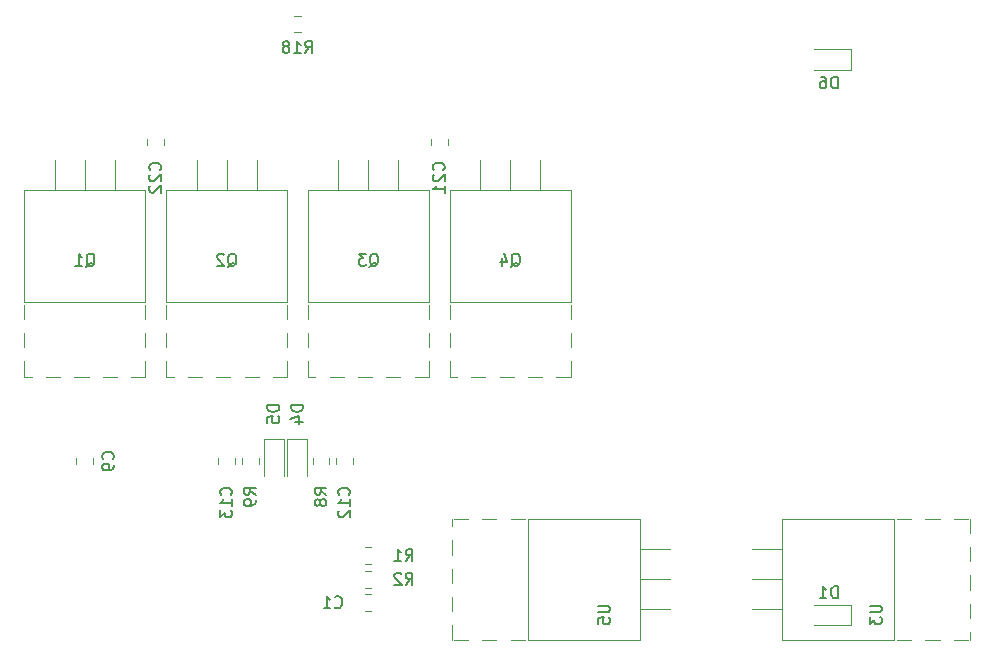
<source format=gbr>
G04 #@! TF.GenerationSoftware,KiCad,Pcbnew,(5.0.1)-3*
G04 #@! TF.CreationDate,2019-12-30T10:06:07+01:00*
G04 #@! TF.ProjectId,TL494 Class D Amp,544C34393420436C617373204420416D,rev?*
G04 #@! TF.SameCoordinates,PX4c4b400PY8f0d180*
G04 #@! TF.FileFunction,Legend,Bot*
G04 #@! TF.FilePolarity,Positive*
%FSLAX46Y46*%
G04 Gerber Fmt 4.6, Leading zero omitted, Abs format (unit mm)*
G04 Created by KiCad (PCBNEW (5.0.1)-3) date 30/12/2019 10:06:07*
%MOMM*%
%LPD*%
G01*
G04 APERTURE LIST*
%ADD10C,0.120000*%
%ADD11C,0.150000*%
G04 APERTURE END LIST*
D10*
G04 #@! TO.C,C12*
X33290000Y16258578D02*
X33290000Y15741422D01*
X34710000Y16258578D02*
X34710000Y15741422D01*
G04 #@! TO.C,C21*
X42710000Y43258578D02*
X42710000Y42741422D01*
X41290000Y43258578D02*
X41290000Y42741422D01*
G04 #@! TO.C,D1*
X76900000Y3850000D02*
X73750000Y3850000D01*
X76900000Y2150000D02*
X73750000Y2150000D01*
X76900000Y3850000D02*
X76900000Y2150000D01*
G04 #@! TO.C,D5*
X27150000Y17900000D02*
X28850000Y17900000D01*
X28850000Y17900000D02*
X28850000Y14750000D01*
X27150000Y17900000D02*
X27150000Y14750000D01*
G04 #@! TO.C,D6*
X76900000Y50850000D02*
X73750000Y50850000D01*
X76900000Y49150000D02*
X73750000Y49150000D01*
X76900000Y50850000D02*
X76900000Y49150000D01*
G04 #@! TO.C,R1*
X35741422Y7290000D02*
X36258578Y7290000D01*
X35741422Y8710000D02*
X36258578Y8710000D01*
G04 #@! TO.C,R2*
X36258578Y5290000D02*
X35741422Y5290000D01*
X36258578Y6710000D02*
X35741422Y6710000D01*
G04 #@! TO.C,R8*
X31290000Y16258578D02*
X31290000Y15741422D01*
X32710000Y16258578D02*
X32710000Y15741422D01*
G04 #@! TO.C,R9*
X25290000Y16258578D02*
X25290000Y15741422D01*
X26710000Y16258578D02*
X26710000Y15741422D01*
G04 #@! TO.C,Q2*
X29120000Y38970000D02*
X18880000Y38970000D01*
X29120000Y29480000D02*
X18880000Y29480000D01*
X29120000Y38970000D02*
X29120000Y29480000D01*
X18880000Y38970000D02*
X18880000Y29480000D01*
X29120000Y23080000D02*
X27920000Y23080000D01*
X26721000Y23080000D02*
X25520000Y23080000D01*
X24320000Y23080000D02*
X23120000Y23080000D01*
X21920000Y23080000D02*
X20720000Y23080000D01*
X19520000Y23080000D02*
X18880000Y23080000D01*
X29120000Y29240000D02*
X29120000Y28040000D01*
X29120000Y26840000D02*
X29120000Y25640000D01*
X29120000Y24440000D02*
X29120000Y23240000D01*
X18880000Y29240000D02*
X18880000Y28040000D01*
X18880000Y26840000D02*
X18880000Y25640000D01*
X18880000Y24440000D02*
X18880000Y23240000D01*
X26540000Y41510000D02*
X26540000Y38970000D01*
X24000000Y41510000D02*
X24000000Y38970000D01*
X21460000Y41510000D02*
X21460000Y38970000D01*
G04 #@! TO.C,Q3*
X33460000Y41510000D02*
X33460000Y38970000D01*
X36000000Y41510000D02*
X36000000Y38970000D01*
X38540000Y41510000D02*
X38540000Y38970000D01*
X30880000Y24440000D02*
X30880000Y23240000D01*
X30880000Y26840000D02*
X30880000Y25640000D01*
X30880000Y29240000D02*
X30880000Y28040000D01*
X41120000Y24440000D02*
X41120000Y23240000D01*
X41120000Y26840000D02*
X41120000Y25640000D01*
X41120000Y29240000D02*
X41120000Y28040000D01*
X31520000Y23080000D02*
X30880000Y23080000D01*
X33920000Y23080000D02*
X32720000Y23080000D01*
X36320000Y23080000D02*
X35120000Y23080000D01*
X38721000Y23080000D02*
X37520000Y23080000D01*
X41120000Y23080000D02*
X39920000Y23080000D01*
X30880000Y38970000D02*
X30880000Y29480000D01*
X41120000Y38970000D02*
X41120000Y29480000D01*
X41120000Y29480000D02*
X30880000Y29480000D01*
X41120000Y38970000D02*
X30880000Y38970000D01*
G04 #@! TO.C,Q4*
X53120000Y38970000D02*
X42880000Y38970000D01*
X53120000Y29480000D02*
X42880000Y29480000D01*
X53120000Y38970000D02*
X53120000Y29480000D01*
X42880000Y38970000D02*
X42880000Y29480000D01*
X53120000Y23080000D02*
X51920000Y23080000D01*
X50721000Y23080000D02*
X49520000Y23080000D01*
X48320000Y23080000D02*
X47120000Y23080000D01*
X45920000Y23080000D02*
X44720000Y23080000D01*
X43520000Y23080000D02*
X42880000Y23080000D01*
X53120000Y29240000D02*
X53120000Y28040000D01*
X53120000Y26840000D02*
X53120000Y25640000D01*
X53120000Y24440000D02*
X53120000Y23240000D01*
X42880000Y29240000D02*
X42880000Y28040000D01*
X42880000Y26840000D02*
X42880000Y25640000D01*
X42880000Y24440000D02*
X42880000Y23240000D01*
X50540000Y41510000D02*
X50540000Y38970000D01*
X48000000Y41510000D02*
X48000000Y38970000D01*
X45460000Y41510000D02*
X45460000Y38970000D01*
G04 #@! TO.C,U3*
X68490000Y3460000D02*
X71030000Y3460000D01*
X68490000Y6000000D02*
X71030000Y6000000D01*
X68490000Y8540000D02*
X71030000Y8540000D01*
X85560000Y880000D02*
X86760000Y880000D01*
X83160000Y880000D02*
X84360000Y880000D01*
X80760000Y880000D02*
X81960000Y880000D01*
X85560000Y11120000D02*
X86760000Y11120000D01*
X83160000Y11120000D02*
X84360000Y11120000D01*
X80760000Y11120000D02*
X81960000Y11120000D01*
X86920000Y1520000D02*
X86920000Y880000D01*
X86920000Y3920000D02*
X86920000Y2720000D01*
X86920000Y6320000D02*
X86920000Y5120000D01*
X86920000Y8721000D02*
X86920000Y7520000D01*
X86920000Y11120000D02*
X86920000Y9920000D01*
X71030000Y880000D02*
X80520000Y880000D01*
X71030000Y11120000D02*
X80520000Y11120000D01*
X80520000Y11120000D02*
X80520000Y880000D01*
X71030000Y11120000D02*
X71030000Y880000D01*
G04 #@! TO.C,C1*
X36258578Y3290000D02*
X35741422Y3290000D01*
X36258578Y4710000D02*
X35741422Y4710000D01*
G04 #@! TO.C,C9*
X11290000Y16258578D02*
X11290000Y15741422D01*
X12710000Y16258578D02*
X12710000Y15741422D01*
G04 #@! TO.C,C13*
X23290000Y15741422D02*
X23290000Y16258578D01*
X24710000Y15741422D02*
X24710000Y16258578D01*
G04 #@! TO.C,C22*
X17290000Y43258578D02*
X17290000Y42741422D01*
X18710000Y43258578D02*
X18710000Y42741422D01*
G04 #@! TO.C,D4*
X29150000Y17900000D02*
X30850000Y17900000D01*
X30850000Y17900000D02*
X30850000Y14750000D01*
X29150000Y17900000D02*
X29150000Y14750000D01*
G04 #@! TO.C,Q1*
X17120000Y38970000D02*
X6880000Y38970000D01*
X17120000Y29480000D02*
X6880000Y29480000D01*
X17120000Y38970000D02*
X17120000Y29480000D01*
X6880000Y38970000D02*
X6880000Y29480000D01*
X17120000Y23080000D02*
X15920000Y23080000D01*
X14721000Y23080000D02*
X13520000Y23080000D01*
X12320000Y23080000D02*
X11120000Y23080000D01*
X9920000Y23080000D02*
X8720000Y23080000D01*
X7520000Y23080000D02*
X6880000Y23080000D01*
X17120000Y29240000D02*
X17120000Y28040000D01*
X17120000Y26840000D02*
X17120000Y25640000D01*
X17120000Y24440000D02*
X17120000Y23240000D01*
X6880000Y29240000D02*
X6880000Y28040000D01*
X6880000Y26840000D02*
X6880000Y25640000D01*
X6880000Y24440000D02*
X6880000Y23240000D01*
X14540000Y41510000D02*
X14540000Y38970000D01*
X12000000Y41510000D02*
X12000000Y38970000D01*
X9460000Y41510000D02*
X9460000Y38970000D01*
G04 #@! TO.C,R18*
X30258578Y53710000D02*
X29741422Y53710000D01*
X30258578Y52290000D02*
X29741422Y52290000D01*
G04 #@! TO.C,U5*
X58970000Y880000D02*
X58970000Y11120000D01*
X49480000Y880000D02*
X49480000Y11120000D01*
X58970000Y880000D02*
X49480000Y880000D01*
X58970000Y11120000D02*
X49480000Y11120000D01*
X43080000Y880000D02*
X43080000Y2080000D01*
X43080000Y3279000D02*
X43080000Y4480000D01*
X43080000Y5680000D02*
X43080000Y6880000D01*
X43080000Y8080000D02*
X43080000Y9280000D01*
X43080000Y10480000D02*
X43080000Y11120000D01*
X49240000Y880000D02*
X48040000Y880000D01*
X46840000Y880000D02*
X45640000Y880000D01*
X44440000Y880000D02*
X43240000Y880000D01*
X49240000Y11120000D02*
X48040000Y11120000D01*
X46840000Y11120000D02*
X45640000Y11120000D01*
X44440000Y11120000D02*
X43240000Y11120000D01*
X61510000Y3460000D02*
X58970000Y3460000D01*
X61510000Y6000000D02*
X58970000Y6000000D01*
X61510000Y8540000D02*
X58970000Y8540000D01*
G04 #@! TO.C,C12*
D11*
X34357142Y13142858D02*
X34404761Y13190477D01*
X34452380Y13333334D01*
X34452380Y13428572D01*
X34404761Y13571429D01*
X34309523Y13666667D01*
X34214285Y13714286D01*
X34023809Y13761905D01*
X33880952Y13761905D01*
X33690476Y13714286D01*
X33595238Y13666667D01*
X33500000Y13571429D01*
X33452380Y13428572D01*
X33452380Y13333334D01*
X33500000Y13190477D01*
X33547619Y13142858D01*
X34452380Y12190477D02*
X34452380Y12761905D01*
X34452380Y12476191D02*
X33452380Y12476191D01*
X33595238Y12571429D01*
X33690476Y12666667D01*
X33738095Y12761905D01*
X33547619Y11809524D02*
X33500000Y11761905D01*
X33452380Y11666667D01*
X33452380Y11428572D01*
X33500000Y11333334D01*
X33547619Y11285715D01*
X33642857Y11238096D01*
X33738095Y11238096D01*
X33880952Y11285715D01*
X34452380Y11857143D01*
X34452380Y11238096D01*
G04 #@! TO.C,C21*
X42357142Y40642858D02*
X42404761Y40690477D01*
X42452380Y40833334D01*
X42452380Y40928572D01*
X42404761Y41071429D01*
X42309523Y41166667D01*
X42214285Y41214286D01*
X42023809Y41261905D01*
X41880952Y41261905D01*
X41690476Y41214286D01*
X41595238Y41166667D01*
X41500000Y41071429D01*
X41452380Y40928572D01*
X41452380Y40833334D01*
X41500000Y40690477D01*
X41547619Y40642858D01*
X41547619Y40261905D02*
X41500000Y40214286D01*
X41452380Y40119048D01*
X41452380Y39880953D01*
X41500000Y39785715D01*
X41547619Y39738096D01*
X41642857Y39690477D01*
X41738095Y39690477D01*
X41880952Y39738096D01*
X42452380Y40309524D01*
X42452380Y39690477D01*
X42452380Y38738096D02*
X42452380Y39309524D01*
X42452380Y39023810D02*
X41452380Y39023810D01*
X41595238Y39119048D01*
X41690476Y39214286D01*
X41738095Y39309524D01*
G04 #@! TO.C,D1*
X75738095Y4397620D02*
X75738095Y5397620D01*
X75500000Y5397620D01*
X75357142Y5350000D01*
X75261904Y5254762D01*
X75214285Y5159524D01*
X75166666Y4969048D01*
X75166666Y4826191D01*
X75214285Y4635715D01*
X75261904Y4540477D01*
X75357142Y4445239D01*
X75500000Y4397620D01*
X75738095Y4397620D01*
X74214285Y4397620D02*
X74785714Y4397620D01*
X74500000Y4397620D02*
X74500000Y5397620D01*
X74595238Y5254762D01*
X74690476Y5159524D01*
X74785714Y5111905D01*
G04 #@! TO.C,D5*
X28452380Y20738096D02*
X27452380Y20738096D01*
X27452380Y20500000D01*
X27500000Y20357143D01*
X27595238Y20261905D01*
X27690476Y20214286D01*
X27880952Y20166667D01*
X28023809Y20166667D01*
X28214285Y20214286D01*
X28309523Y20261905D01*
X28404761Y20357143D01*
X28452380Y20500000D01*
X28452380Y20738096D01*
X27452380Y19261905D02*
X27452380Y19738096D01*
X27928571Y19785715D01*
X27880952Y19738096D01*
X27833333Y19642858D01*
X27833333Y19404762D01*
X27880952Y19309524D01*
X27928571Y19261905D01*
X28023809Y19214286D01*
X28261904Y19214286D01*
X28357142Y19261905D01*
X28404761Y19309524D01*
X28452380Y19404762D01*
X28452380Y19642858D01*
X28404761Y19738096D01*
X28357142Y19785715D01*
G04 #@! TO.C,D6*
X75738095Y47547620D02*
X75738095Y48547620D01*
X75500000Y48547620D01*
X75357142Y48500000D01*
X75261904Y48404762D01*
X75214285Y48309524D01*
X75166666Y48119048D01*
X75166666Y47976191D01*
X75214285Y47785715D01*
X75261904Y47690477D01*
X75357142Y47595239D01*
X75500000Y47547620D01*
X75738095Y47547620D01*
X74309523Y48547620D02*
X74500000Y48547620D01*
X74595238Y48500000D01*
X74642857Y48452381D01*
X74738095Y48309524D01*
X74785714Y48119048D01*
X74785714Y47738096D01*
X74738095Y47642858D01*
X74690476Y47595239D01*
X74595238Y47547620D01*
X74404761Y47547620D01*
X74309523Y47595239D01*
X74261904Y47642858D01*
X74214285Y47738096D01*
X74214285Y47976191D01*
X74261904Y48071429D01*
X74309523Y48119048D01*
X74404761Y48166667D01*
X74595238Y48166667D01*
X74690476Y48119048D01*
X74738095Y48071429D01*
X74785714Y47976191D01*
G04 #@! TO.C,R1*
X39166666Y7547620D02*
X39500000Y8023810D01*
X39738095Y7547620D02*
X39738095Y8547620D01*
X39357142Y8547620D01*
X39261904Y8500000D01*
X39214285Y8452381D01*
X39166666Y8357143D01*
X39166666Y8214286D01*
X39214285Y8119048D01*
X39261904Y8071429D01*
X39357142Y8023810D01*
X39738095Y8023810D01*
X38214285Y7547620D02*
X38785714Y7547620D01*
X38500000Y7547620D02*
X38500000Y8547620D01*
X38595238Y8404762D01*
X38690476Y8309524D01*
X38785714Y8261905D01*
G04 #@! TO.C,R2*
X39166666Y5547620D02*
X39500000Y6023810D01*
X39738095Y5547620D02*
X39738095Y6547620D01*
X39357142Y6547620D01*
X39261904Y6500000D01*
X39214285Y6452381D01*
X39166666Y6357143D01*
X39166666Y6214286D01*
X39214285Y6119048D01*
X39261904Y6071429D01*
X39357142Y6023810D01*
X39738095Y6023810D01*
X38785714Y6452381D02*
X38738095Y6500000D01*
X38642857Y6547620D01*
X38404761Y6547620D01*
X38309523Y6500000D01*
X38261904Y6452381D01*
X38214285Y6357143D01*
X38214285Y6261905D01*
X38261904Y6119048D01*
X38833333Y5547620D01*
X38214285Y5547620D01*
G04 #@! TO.C,R8*
X32452380Y13166667D02*
X31976190Y13500000D01*
X32452380Y13738096D02*
X31452380Y13738096D01*
X31452380Y13357143D01*
X31500000Y13261905D01*
X31547619Y13214286D01*
X31642857Y13166667D01*
X31785714Y13166667D01*
X31880952Y13214286D01*
X31928571Y13261905D01*
X31976190Y13357143D01*
X31976190Y13738096D01*
X31880952Y12595239D02*
X31833333Y12690477D01*
X31785714Y12738096D01*
X31690476Y12785715D01*
X31642857Y12785715D01*
X31547619Y12738096D01*
X31500000Y12690477D01*
X31452380Y12595239D01*
X31452380Y12404762D01*
X31500000Y12309524D01*
X31547619Y12261905D01*
X31642857Y12214286D01*
X31690476Y12214286D01*
X31785714Y12261905D01*
X31833333Y12309524D01*
X31880952Y12404762D01*
X31880952Y12595239D01*
X31928571Y12690477D01*
X31976190Y12738096D01*
X32071428Y12785715D01*
X32261904Y12785715D01*
X32357142Y12738096D01*
X32404761Y12690477D01*
X32452380Y12595239D01*
X32452380Y12404762D01*
X32404761Y12309524D01*
X32357142Y12261905D01*
X32261904Y12214286D01*
X32071428Y12214286D01*
X31976190Y12261905D01*
X31928571Y12309524D01*
X31880952Y12404762D01*
G04 #@! TO.C,R9*
X26452380Y13166667D02*
X25976190Y13500000D01*
X26452380Y13738096D02*
X25452380Y13738096D01*
X25452380Y13357143D01*
X25500000Y13261905D01*
X25547619Y13214286D01*
X25642857Y13166667D01*
X25785714Y13166667D01*
X25880952Y13214286D01*
X25928571Y13261905D01*
X25976190Y13357143D01*
X25976190Y13738096D01*
X26452380Y12690477D02*
X26452380Y12500000D01*
X26404761Y12404762D01*
X26357142Y12357143D01*
X26214285Y12261905D01*
X26023809Y12214286D01*
X25642857Y12214286D01*
X25547619Y12261905D01*
X25500000Y12309524D01*
X25452380Y12404762D01*
X25452380Y12595239D01*
X25500000Y12690477D01*
X25547619Y12738096D01*
X25642857Y12785715D01*
X25880952Y12785715D01*
X25976190Y12738096D01*
X26023809Y12690477D01*
X26071428Y12595239D01*
X26071428Y12404762D01*
X26023809Y12309524D01*
X25976190Y12261905D01*
X25880952Y12214286D01*
G04 #@! TO.C,Q2*
X24095238Y32452381D02*
X24190476Y32500000D01*
X24285714Y32595239D01*
X24428571Y32738096D01*
X24523809Y32785715D01*
X24619047Y32785715D01*
X24571428Y32547620D02*
X24666666Y32595239D01*
X24761904Y32690477D01*
X24809523Y32880953D01*
X24809523Y33214286D01*
X24761904Y33404762D01*
X24666666Y33500000D01*
X24571428Y33547620D01*
X24380952Y33547620D01*
X24285714Y33500000D01*
X24190476Y33404762D01*
X24142857Y33214286D01*
X24142857Y32880953D01*
X24190476Y32690477D01*
X24285714Y32595239D01*
X24380952Y32547620D01*
X24571428Y32547620D01*
X23761904Y33452381D02*
X23714285Y33500000D01*
X23619047Y33547620D01*
X23380952Y33547620D01*
X23285714Y33500000D01*
X23238095Y33452381D01*
X23190476Y33357143D01*
X23190476Y33261905D01*
X23238095Y33119048D01*
X23809523Y32547620D01*
X23190476Y32547620D01*
G04 #@! TO.C,Q3*
X36095238Y32452381D02*
X36190476Y32500000D01*
X36285714Y32595239D01*
X36428571Y32738096D01*
X36523809Y32785715D01*
X36619047Y32785715D01*
X36571428Y32547620D02*
X36666666Y32595239D01*
X36761904Y32690477D01*
X36809523Y32880953D01*
X36809523Y33214286D01*
X36761904Y33404762D01*
X36666666Y33500000D01*
X36571428Y33547620D01*
X36380952Y33547620D01*
X36285714Y33500000D01*
X36190476Y33404762D01*
X36142857Y33214286D01*
X36142857Y32880953D01*
X36190476Y32690477D01*
X36285714Y32595239D01*
X36380952Y32547620D01*
X36571428Y32547620D01*
X35809523Y33547620D02*
X35190476Y33547620D01*
X35523809Y33166667D01*
X35380952Y33166667D01*
X35285714Y33119048D01*
X35238095Y33071429D01*
X35190476Y32976191D01*
X35190476Y32738096D01*
X35238095Y32642858D01*
X35285714Y32595239D01*
X35380952Y32547620D01*
X35666666Y32547620D01*
X35761904Y32595239D01*
X35809523Y32642858D01*
G04 #@! TO.C,Q4*
X48095238Y32452381D02*
X48190476Y32500000D01*
X48285714Y32595239D01*
X48428571Y32738096D01*
X48523809Y32785715D01*
X48619047Y32785715D01*
X48571428Y32547620D02*
X48666666Y32595239D01*
X48761904Y32690477D01*
X48809523Y32880953D01*
X48809523Y33214286D01*
X48761904Y33404762D01*
X48666666Y33500000D01*
X48571428Y33547620D01*
X48380952Y33547620D01*
X48285714Y33500000D01*
X48190476Y33404762D01*
X48142857Y33214286D01*
X48142857Y32880953D01*
X48190476Y32690477D01*
X48285714Y32595239D01*
X48380952Y32547620D01*
X48571428Y32547620D01*
X47285714Y33214286D02*
X47285714Y32547620D01*
X47523809Y33595239D02*
X47761904Y32880953D01*
X47142857Y32880953D01*
G04 #@! TO.C,U3*
X78452380Y3761905D02*
X79261904Y3761905D01*
X79357142Y3714286D01*
X79404761Y3666667D01*
X79452380Y3571429D01*
X79452380Y3380953D01*
X79404761Y3285715D01*
X79357142Y3238096D01*
X79261904Y3190477D01*
X78452380Y3190477D01*
X78452380Y2809524D02*
X78452380Y2190477D01*
X78833333Y2523810D01*
X78833333Y2380953D01*
X78880952Y2285715D01*
X78928571Y2238096D01*
X79023809Y2190477D01*
X79261904Y2190477D01*
X79357142Y2238096D01*
X79404761Y2285715D01*
X79452380Y2380953D01*
X79452380Y2666667D01*
X79404761Y2761905D01*
X79357142Y2809524D01*
G04 #@! TO.C,C1*
X33166666Y3642858D02*
X33214285Y3595239D01*
X33357142Y3547620D01*
X33452380Y3547620D01*
X33595238Y3595239D01*
X33690476Y3690477D01*
X33738095Y3785715D01*
X33785714Y3976191D01*
X33785714Y4119048D01*
X33738095Y4309524D01*
X33690476Y4404762D01*
X33595238Y4500000D01*
X33452380Y4547620D01*
X33357142Y4547620D01*
X33214285Y4500000D01*
X33166666Y4452381D01*
X32214285Y3547620D02*
X32785714Y3547620D01*
X32500000Y3547620D02*
X32500000Y4547620D01*
X32595238Y4404762D01*
X32690476Y4309524D01*
X32785714Y4261905D01*
G04 #@! TO.C,C9*
X14357142Y16166667D02*
X14404761Y16214286D01*
X14452380Y16357143D01*
X14452380Y16452381D01*
X14404761Y16595239D01*
X14309523Y16690477D01*
X14214285Y16738096D01*
X14023809Y16785715D01*
X13880952Y16785715D01*
X13690476Y16738096D01*
X13595238Y16690477D01*
X13500000Y16595239D01*
X13452380Y16452381D01*
X13452380Y16357143D01*
X13500000Y16214286D01*
X13547619Y16166667D01*
X14452380Y15690477D02*
X14452380Y15500000D01*
X14404761Y15404762D01*
X14357142Y15357143D01*
X14214285Y15261905D01*
X14023809Y15214286D01*
X13642857Y15214286D01*
X13547619Y15261905D01*
X13500000Y15309524D01*
X13452380Y15404762D01*
X13452380Y15595239D01*
X13500000Y15690477D01*
X13547619Y15738096D01*
X13642857Y15785715D01*
X13880952Y15785715D01*
X13976190Y15738096D01*
X14023809Y15690477D01*
X14071428Y15595239D01*
X14071428Y15404762D01*
X14023809Y15309524D01*
X13976190Y15261905D01*
X13880952Y15214286D01*
G04 #@! TO.C,C13*
X24357142Y13142858D02*
X24404761Y13190477D01*
X24452380Y13333334D01*
X24452380Y13428572D01*
X24404761Y13571429D01*
X24309523Y13666667D01*
X24214285Y13714286D01*
X24023809Y13761905D01*
X23880952Y13761905D01*
X23690476Y13714286D01*
X23595238Y13666667D01*
X23500000Y13571429D01*
X23452380Y13428572D01*
X23452380Y13333334D01*
X23500000Y13190477D01*
X23547619Y13142858D01*
X24452380Y12190477D02*
X24452380Y12761905D01*
X24452380Y12476191D02*
X23452380Y12476191D01*
X23595238Y12571429D01*
X23690476Y12666667D01*
X23738095Y12761905D01*
X23452380Y11857143D02*
X23452380Y11238096D01*
X23833333Y11571429D01*
X23833333Y11428572D01*
X23880952Y11333334D01*
X23928571Y11285715D01*
X24023809Y11238096D01*
X24261904Y11238096D01*
X24357142Y11285715D01*
X24404761Y11333334D01*
X24452380Y11428572D01*
X24452380Y11714286D01*
X24404761Y11809524D01*
X24357142Y11857143D01*
G04 #@! TO.C,C22*
X18357142Y40642858D02*
X18404761Y40690477D01*
X18452380Y40833334D01*
X18452380Y40928572D01*
X18404761Y41071429D01*
X18309523Y41166667D01*
X18214285Y41214286D01*
X18023809Y41261905D01*
X17880952Y41261905D01*
X17690476Y41214286D01*
X17595238Y41166667D01*
X17500000Y41071429D01*
X17452380Y40928572D01*
X17452380Y40833334D01*
X17500000Y40690477D01*
X17547619Y40642858D01*
X17547619Y40261905D02*
X17500000Y40214286D01*
X17452380Y40119048D01*
X17452380Y39880953D01*
X17500000Y39785715D01*
X17547619Y39738096D01*
X17642857Y39690477D01*
X17738095Y39690477D01*
X17880952Y39738096D01*
X18452380Y40309524D01*
X18452380Y39690477D01*
X17547619Y39309524D02*
X17500000Y39261905D01*
X17452380Y39166667D01*
X17452380Y38928572D01*
X17500000Y38833334D01*
X17547619Y38785715D01*
X17642857Y38738096D01*
X17738095Y38738096D01*
X17880952Y38785715D01*
X18452380Y39357143D01*
X18452380Y38738096D01*
G04 #@! TO.C,D4*
X30452380Y20738096D02*
X29452380Y20738096D01*
X29452380Y20500000D01*
X29500000Y20357143D01*
X29595238Y20261905D01*
X29690476Y20214286D01*
X29880952Y20166667D01*
X30023809Y20166667D01*
X30214285Y20214286D01*
X30309523Y20261905D01*
X30404761Y20357143D01*
X30452380Y20500000D01*
X30452380Y20738096D01*
X29785714Y19309524D02*
X30452380Y19309524D01*
X29404761Y19547620D02*
X30119047Y19785715D01*
X30119047Y19166667D01*
G04 #@! TO.C,Q1*
X12095238Y32452381D02*
X12190476Y32500000D01*
X12285714Y32595239D01*
X12428571Y32738096D01*
X12523809Y32785715D01*
X12619047Y32785715D01*
X12571428Y32547620D02*
X12666666Y32595239D01*
X12761904Y32690477D01*
X12809523Y32880953D01*
X12809523Y33214286D01*
X12761904Y33404762D01*
X12666666Y33500000D01*
X12571428Y33547620D01*
X12380952Y33547620D01*
X12285714Y33500000D01*
X12190476Y33404762D01*
X12142857Y33214286D01*
X12142857Y32880953D01*
X12190476Y32690477D01*
X12285714Y32595239D01*
X12380952Y32547620D01*
X12571428Y32547620D01*
X11190476Y32547620D02*
X11761904Y32547620D01*
X11476190Y32547620D02*
X11476190Y33547620D01*
X11571428Y33404762D01*
X11666666Y33309524D01*
X11761904Y33261905D01*
G04 #@! TO.C,R18*
X30642857Y50547620D02*
X30976190Y51023810D01*
X31214285Y50547620D02*
X31214285Y51547620D01*
X30833333Y51547620D01*
X30738095Y51500000D01*
X30690476Y51452381D01*
X30642857Y51357143D01*
X30642857Y51214286D01*
X30690476Y51119048D01*
X30738095Y51071429D01*
X30833333Y51023810D01*
X31214285Y51023810D01*
X29690476Y50547620D02*
X30261904Y50547620D01*
X29976190Y50547620D02*
X29976190Y51547620D01*
X30071428Y51404762D01*
X30166666Y51309524D01*
X30261904Y51261905D01*
X29119047Y51119048D02*
X29214285Y51166667D01*
X29261904Y51214286D01*
X29309523Y51309524D01*
X29309523Y51357143D01*
X29261904Y51452381D01*
X29214285Y51500000D01*
X29119047Y51547620D01*
X28928571Y51547620D01*
X28833333Y51500000D01*
X28785714Y51452381D01*
X28738095Y51357143D01*
X28738095Y51309524D01*
X28785714Y51214286D01*
X28833333Y51166667D01*
X28928571Y51119048D01*
X29119047Y51119048D01*
X29214285Y51071429D01*
X29261904Y51023810D01*
X29309523Y50928572D01*
X29309523Y50738096D01*
X29261904Y50642858D01*
X29214285Y50595239D01*
X29119047Y50547620D01*
X28928571Y50547620D01*
X28833333Y50595239D01*
X28785714Y50642858D01*
X28738095Y50738096D01*
X28738095Y50928572D01*
X28785714Y51023810D01*
X28833333Y51071429D01*
X28928571Y51119048D01*
G04 #@! TO.C,U5*
X55452380Y3761905D02*
X56261904Y3761905D01*
X56357142Y3714286D01*
X56404761Y3666667D01*
X56452380Y3571429D01*
X56452380Y3380953D01*
X56404761Y3285715D01*
X56357142Y3238096D01*
X56261904Y3190477D01*
X55452380Y3190477D01*
X55452380Y2238096D02*
X55452380Y2714286D01*
X55928571Y2761905D01*
X55880952Y2714286D01*
X55833333Y2619048D01*
X55833333Y2380953D01*
X55880952Y2285715D01*
X55928571Y2238096D01*
X56023809Y2190477D01*
X56261904Y2190477D01*
X56357142Y2238096D01*
X56404761Y2285715D01*
X56452380Y2380953D01*
X56452380Y2619048D01*
X56404761Y2714286D01*
X56357142Y2761905D01*
G04 #@! TD*
M02*

</source>
